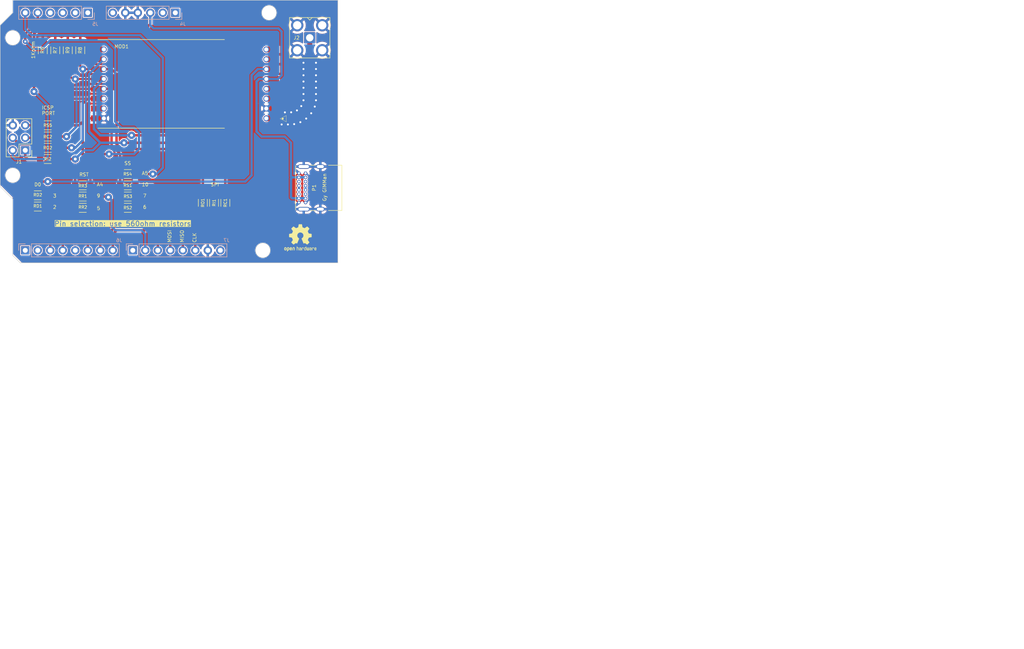
<source format=kicad_pcb>
(kicad_pcb (version 20240108) (generator "pcbnew") (generator_version "8.0")
  (title_block (title "Nodo Arduino") (date "2023-11-14") (rev "1.1") (company "Apogeo Space") (comment 1 "By GiMMan"))
  (layers (0 "F.Cu" signal) (31 "B.Cu" signal) (34 "B.Paste" user) (35 "F.Paste" user) (36 "B.SilkS" user "B.Silkscreen") (37 "F.SilkS" user "F.Silkscreen") (38 "B.Mask" user) (39 "F.Mask" user) (44 "Edge.Cuts" user))
  (net 0 "")
  (net 1 "D0")
  (net 2 "RST")
  (net 9 "+5V")
  (net 10 "GND")
  (net 11 "SS")
  (net 12 "CLK")
  (net 13 "MISO")
  (net 14 "MOSI")
  (net 15 "Net-(J2-In)")
  (net 23 "Net-(J5-Pin_5)")
  (net 24 "Net-(J5-Pin_6)")
  (net 27 "Net-(J6-Pin_3)")
  (net 28 "Net-(J6-Pin_4)")
  (net 30 "Net-(J6-Pin_6)")
  (net 31 "Net-(J6-Pin_7)")
  (net 32 "Net-(J6-Pin_8)")
  (net 34 "Net-(J7-Pin_2)")
  (net 35 "Net-(J7-Pin_3)")
  (net 36 "Net-(J7-Pin_4)")
  (net 37 "Net-(J7-Pin_6)")
  (net 39 "Net-(P1-D+-PadA6)")
  (net 41 "Net-(P1-D+-PadB6)")
  (net 43 "Net-(J1-Pin_1)")
  (net 44 "Net-(J1-Pin_3)")
  (net 45 "Net-(J1-Pin_4)")
  (net 46 "Net-(J1-Pin_5)")
  (net 47 "Net-(J7-Pin_5)")
  (footprint "Resistor_SMD:R_1206_3216Metric_Pad1.30x1.75mm_HandSolder" (layer "F.Cu") (at 83.82 87.884)
    (property "Reference" "RD2" (at 0 -0.093 0) (layer "F.SilkS") (effects (font (size 0.6 0.6) (thickness 0.1))))
    (property "Value" "0" (hide yes))
    (pad "1" smd roundrect (at -1.55 0) (size 1.3 1.75) (layers "F.Cu" "F.Paste" "F.Mask") (roundrect_rratio 0.1923076923) (net 1 "D0"))
    (pad "2" smd roundrect (at 1.55 0) (size 1.3 1.75) (layers "F.Cu" "F.Paste" "F.Mask") (roundrect_rratio 0.1923076923) (net 28 "Net-(J6-Pin_4)"))
  )
  (footprint "Resistor_SMD:R_1206_3216Metric_Pad1.30x1.75mm_HandSolder" (layer "F.Cu") (at 102.108 85.852)
    (property "Reference" "RS1" (at 0 0 0) (layer "F.SilkS") (effects (font (size 0.6 0.6) (thickness 0.1))))
    (property "Value" "560" (hide yes))
    (pad "1" smd roundrect (at -1.55 0) (size 1.3 1.75) (layers "F.Cu" "F.Paste" "F.Mask") (roundrect_rratio 0.1923076923) (net 11 "SS"))
    (pad "2" smd roundrect (at 1.55 0) (size 1.3 1.75) (layers "F.Cu" "F.Paste" "F.Mask") (roundrect_rratio 0.1923076923) (net 35 "Net-(J7-Pin_3)"))
  )
  (footprint "Resistor_SMD:R_1206_3216Metric_Pad1.30x1.75mm_HandSolder" (layer "F.Cu") (at 119.634 89.408 -90)
    (property "Reference" "RI1" (at 0 0 90) (layer "F.SilkS") (effects (font (size 0.6 0.6) (thickness 0.1))))
    (property "Value" "560" (hide yes))
    (pad "1" smd roundrect (at -1.55 0 270) (size 1.3 1.75) (layers "F.Cu" "F.Paste" "F.Mask") (roundrect_rratio 0.1923076923) (net 13 "MISO"))
    (pad "2" smd roundrect (at 1.55 0 270) (size 1.3 1.75) (layers "F.Cu" "F.Paste" "F.Mask") (roundrect_rratio 0.1923076923) (net 47 "Net-(J7-Pin_5)"))
  )
  (footprint "Resistor_SMD:R_1206_3216Metric_Pad1.30x1.75mm_HandSolder" (layer "F.Cu") (at 85.852 73.66)
    (property "Reference" "RS5" (at 0 0 0) (layer "F.SilkS") (effects (font (size 0.6 0.6) (thickness 0.1))))
    (property "Value" "560" (hide yes))
    (pad "1" smd roundrect (at -1.55 0) (size 1.3 1.75) (layers "F.Cu" "F.Paste" "F.Mask") (roundrect_rratio 0.1923076923) (net 46 "Net-(J1-Pin_5)"))
    (pad "2" smd roundrect (at 1.55 0) (size 1.3 1.75) (layers "F.Cu" "F.Paste" "F.Mask") (roundrect_rratio 0.1923076923) (net 2 "RST"))
  )
  (footprint "Resistor_SMD:R_1206_3216Metric_Pad1.30x1.75mm_HandSolder" (layer "F.Cu") (at 92.964 90.424)
    (property "Reference" "RR2" (at 0 -0.129 0) (layer "F.SilkS") (effects (font (size 0.6 0.6) (thickness 0.1))))
    (property "Value" "560" (hide yes))
    (pad "1" smd roundrect (at -1.55 0) (size 1.3 1.75) (layers "F.Cu" "F.Paste" "F.Mask") (roundrect_rratio 0.1923076923) (net 2 "RST"))
    (pad "2" smd roundrect (at 1.55 0) (size 1.3 1.75) (layers "F.Cu" "F.Paste" "F.Mask") (roundrect_rratio 0.1923076923) (net 30 "Net-(J6-Pin_6)"))
  )
  (footprint "Resistor_SMD:R_1206_3216Metric_Pad1.30x1.75mm_HandSolder" (layer "F.Cu") (at 117.348 89.408 -90)
    (property "Reference" "RO1" (at 0 0 90) (layer "F.SilkS") (effects (font (size 0.6 0.6) (thickness 0.1))))
    (property "Value" "560" (hide yes))
    (pad "1" smd roundrect (at -1.55 0 270) (size 1.3 1.75) (layers "F.Cu" "F.Paste" "F.Mask") (roundrect_rratio 0.1923076923) (net 14 "MOSI"))
    (pad "2" smd roundrect (at 1.55 0 270) (size 1.3 1.75) (layers "F.Cu" "F.Paste" "F.Mask") (roundrect_rratio 0.1923076923) (net 36 "Net-(J7-Pin_4)"))
  )
  (footprint "Resistor_SMD:R_1206_3216Metric_Pad1.30x1.75mm_HandSolder" (layer "F.Cu") (at 83.82 90.17)
    (property "Reference" "RD1" (at 0 -0.105 0) (layer "F.SilkS") (effects (font (size 0.6 0.6) (thickness 0.1))))
    (property "Value" "0" (hide yes))
    (pad "1" smd roundrect (at -1.55 0) (size 1.3 1.75) (layers "F.Cu" "F.Paste" "F.Mask") (roundrect_rratio 0.1923076923) (net 1 "D0"))
    (pad "2" smd roundrect (at 1.55 0) (size 1.3 1.75) (layers "F.Cu" "F.Paste" "F.Mask") (roundrect_rratio 0.1923076923) (net 27 "Net-(J6-Pin_3)"))
  )
  (footprint "Resistor_SMD:R_1206_3216Metric_Pad1.30x1.75mm_HandSolder" (layer "F.Cu") (at 85.852 78.232)
    (property "Reference" "RO2" (at 0 0 0) (layer "F.SilkS") (effects (font (size 0.6 0.6) (thickness 0.1))))
    (property "Value" "560" (hide yes))
    (pad "1" smd roundrect (at -1.55 0) (size 1.3 1.75) (layers "F.Cu" "F.Paste" "F.Mask") (roundrect_rratio 0.1923076923) (net 45 "Net-(J1-Pin_4)"))
    (pad "2" smd roundrect (at 1.55 0) (size 1.3 1.75) (layers "F.Cu" "F.Paste" "F.Mask") (roundrect_rratio 0.1923076923) (net 14 "MOSI"))
  )
  (footprint "Symbol:OSHW-Logo2_7.3x6mm_SilkScreen" (layer "F.Cu") (at 137.16 96.52)
    (property "Reference" "REF**" (hide yes))
    (property "Value" "OSHW-Logo2_7.3x6mm_SilkScreen" (hide yes))
  )
  (footprint "Connettori_P:USB_C_Receptacle_GCT_USB4085" (layer "F.Cu") (at 136.864 89.342 90)
    (property "Reference" "P1" (at 2.982 3.09 90) (layer "F.SilkS") (effects (font (size 0.7 0.7) (thickness 0.1))))
    (property "Value" "USB_C_Plug_USB2.0" (hide yes))
    (pad "A1" thru_hole circle (at 0 0 90) (size 0.7 0.7) (drill 0.4) (layers "*.Cu" "*.Mask") (net 10 "GND"))
    (pad "A4" thru_hole circle (at 0.85 0 90) (size 0.7 0.7) (drill 0.4) (layers "*.Cu" "*.Mask") (net 9 "+5V"))
    (pad "A5" thru_hole circle (at 1.7 0 90) (size 0.7 0.7) (drill 0.4) (layers "*.Cu" "*.Mask"))
    (pad "A6" thru_hole circle (at 2.55 0 90) (size 0.7 0.7) (drill 0.4) (layers "*.Cu" "*.Mask") (net 39 "Net-(P1-D+-PadA6)"))
    (pad "A7" thru_hole circle (at 3.4 0 90) (size 0.7 0.7) (drill 0.4) (layers "*.Cu" "*.Mask") (net 39 "Net-(P1-D+-PadA6)"))
    (pad "A8" thru_hole circle (at 4.25 0 90) (size 0.7 0.7) (drill 0.4) (layers "*.Cu" "*.Mask"))
    (pad "A9" thru_hole circle (at 5.1 0 90) (size 0.7 0.7) (drill 0.4) (layers "*.Cu" "*.Mask") (net 9 "+5V"))
    (pad "A12" thru_hole circle (at 5.95 0 90) (size 0.7 0.7) (drill 0.4) (layers "*.Cu" "*.Mask") (net 10 "GND"))
    (pad "B1" thru_hole circle (at 5.95 1.35 90) (size 0.7 0.7) (drill 0.4) (layers "*.Cu" "*.Mask") (net 10 "GND"))
    (pad "B4" thru_hole circle (at 5.1 1.35 90) (size 0.7 0.7) (drill 0.4) (layers "*.Cu" "*.Mask") (net 9 "+5V"))
    (pad "B5" thru_hole circle (at 4.25 1.35 90) (size 0.7 0.7) (drill 0.4) (layers "*.Cu" "*.Mask"))
    (pad "B6" thru_hole circle (at 3.4 1.35 90) (size 0.7 0.7) (drill 0.4) (layers "*.Cu" "*.Mask") (net 41 "Net-(P1-D+-PadB6)"))
    (pad "B7" thru_hole circle (at 2.55 1.35 90) (size 0.7 0.7) (drill 0.4) (layers "*.Cu" "*.Mask") (net 41 "Net-(P1-D+-PadB6)"))
    (pad "B8" thru_hole circle (at 1.7 1.35 90) (size 0.7 0.7) (drill 0.4) (layers "*.Cu" "*.Mask"))
    (pad "B9" thru_hole circle (at 0.85 1.35 90) (size 0.7 0.7) (drill 0.4) (layers "*.Cu" "*.Mask") (net 9 "+5V"))
    (pad "B12" thru_hole circle (at 0 1.35 90) (size 0.7 0.7) (drill 0.4) (layers "*.Cu" "*.Mask") (net 10 "GND"))
    (pad "S1" thru_hole oval (at -1.35 0.98 90) (size 0.9 2.4) (drill oval 0.6 2.1) (layers "*.Cu" "*.Mask") (net 10 "GND"))
    (pad "S1" thru_hole oval (at -1.35 4.36 90) (size 0.9 1.7) (drill oval 0.6 1.4) (layers "*.Cu" "*.Mask") (net 10 "GND"))
    (pad "S1" thru_hole oval (at 7.3 0.98 90) (size 0.9 2.4) (drill oval 0.6 2.1) (layers "*.Cu" "*.Mask") (net 10 "GND"))
    (pad "S1" thru_hole oval (at 7.3 4.36 90) (size 0.9 1.7) (drill oval 0.6 1.4) (layers "*.Cu" "*.Mask") (net 10 "GND"))
  )
  (footprint "Resistor_SMD:R_1206_3216Metric_Pad1.30x1.75mm_HandSolder" (layer "F.Cu") (at 102.108 90.424)
    (property "Reference" "RS2" (at 0 -0.012 0) (layer "F.SilkS") (effects (font (size 0.6 0.6) (thickness 0.1))))
    (property "Value" "560" (hide yes))
    (pad "1" smd roundrect (at -1.55 0) (size 1.3 1.75) (layers "F.Cu" "F.Paste" "F.Mask") (roundrect_rratio 0.1923076923) (net 11 "SS"))
    (pad "2" smd roundrect (at 1.55 0) (size 1.3 1.75) (layers "F.Cu" "F.Paste" "F.Mask") (roundrect_rratio 0.1923076923) (net 31 "Net-(J6-Pin_7)"))
  )
  (footprint "Acies:XCVR_RFM98PW" (layer "F.Cu") (at 113.74 65.25 180)
    (property "Reference" "MOD1" (at 12.902 7.592 0) (layer "F.SilkS") (effects (font (size 0.7 0.7) (thickness 0.1))))
    (property "Value" "RFM98PW" (hide yes))
    (pad "1" smd rect (at -17.7 -7 180) (size 2.8 1.2) (layers "F.Cu" "F.Paste" "F.Mask") (net 15 "Net-(J2-In)"))
    (pad "1" thru_hole circle (at -16.5 -7 180) (size 1.2 1.2) (drill 0.8) (layers "*.Cu" "*.Mask") (net 15 "Net-(J2-In)"))
    (pad "2" smd rect (at -17.7 -5 180) (size 2.8 1.2) (layers "F.Cu" "F.Paste" "F.Mask") (net 10 "GND"))
    (pad "2" thru_hole circle (at -16.5 -5 180) (size 1.2 1.2) (drill 0.8) (layers "*.Cu" "*.Mask") (net 10 "GND"))
    (pad "3" smd rect (at -17.7 -3 180) (size 2.8 1.2) (layers "F.Cu" "F.Paste" "F.Mask"))
    (pad "3" thru_hole circle (at -16.5 -3 180) (size 1.2 1.2) (drill 0.8) (layers "*.Cu" "*.Mask"))
    (pad "4" smd rect (at -17.7 -1 180) (size 2.8 1.2) (layers "F.Cu" "F.Paste" "F.Mask"))
    (pad "4" thru_hole circle (at -16.5 -1 180) (size 1.2 1.2) (drill 0.8) (layers "*.Cu" "*.Mask"))
    (pad "5" smd rect (at -17.7 1 180) (size 2.8 1.2) (layers "F.Cu" "F.Paste" "F.Mask") (net 9 "+5V"))
    (pad "5" thru_hole circle (at -16.5 1 180) (size 1.2 1.2) (drill 0.8) (layers "*.Cu" "*.Mask") (net 9 "+5V"))
    (pad "6" smd rect (at -17.7 3 180) (size 2.8 1.2) (layers "F.Cu" "F.Paste" "F.Mask") (net 1 "D0"))
    (pad "6" thru_hole circle (at -16.5 3 180) (size 1.2 1.2) (drill 0.8) (layers "*.Cu" "*.Mask") (net 1 "D0"))
    (pad "7" smd rect (at -17.7 5 180) (size 2.8 1.2) (layers "F.Cu" "F.Paste" "F.Mask"))
    (pad "7" thru_hole circle (at -16.5 5 180) (size 1.2 1.2) (drill 0.8) (layers "*.Cu" "*.Mask"))
    (pad "8" smd rect (at -17.7 7 180) (size 2.8 1.2) (layers "F.Cu" "F.Paste" "F.Mask"))
    (pad "8" thru_hole circle (at -16.5 7 180) (size 1.2 1.2) (drill 0.8) (layers "*.Cu" "*.Mask"))
    (pad "9" thru_hole circle (at 16.5 7 180) (size 1.2 1.2) (drill 0.8) (layers "*.Cu" "*.Mask"))
    (pad "9" smd rect (at 17.7 7 180) (size 2.8 1.2) (layers "F.Cu" "F.Paste" "F.Mask"))
    (pad "10" thru_hole circle (at 16.5 5 180) (size 1.2 1.2) (drill 0.8) (layers "*.Cu" "*.Mask") (net 13 "MISO"))
    (pad "10" smd rect (at 17.7 5 180) (size 2.8 1.2) (layers "F.Cu" "F.Paste" "F.Mask") (net 13 "MISO"))
    (pad "11" thru_hole circle (at 16.5 3 180) (size 1.2 1.2) (drill 0.8) (layers "*.Cu" "*.Mask") (net 14 "MOSI"))
    (pad "11" smd rect (at 17.7 3 180) (size 2.8 1.2) (layers "F.Cu" "F.Paste" "F.Mask") (net 14 "MOSI"))
    (pad "12" thru_hole circle (at 16.5 1 180) (size 1.2 1.2) (drill 0.8) (layers "*.Cu" "*.Mask") (net 12 "CLK"))
    (pad "12" smd rect (at 17.7 1 180) (size 2.8 1.2) (layers "F.Cu" "F.Paste" "F.Mask") (net 12 "CLK"))
    (pad "13" thru_hole circle (at 16.5 -1 180) (size 1.2 1.2) (drill 0.8) (layers "*.Cu" "*.Mask") (net 11 "SS"))
    (pad "13" smd rect (at 17.7 -1 180) (size 2.8 1.2) (layers "F.Cu" "F.Paste" "F.Mask") (net 11 "SS"))
    (pad "14" thru_hole circle (at 16.5 -3 180) (size 1.2 1.2) (drill 0.8) (layers "*.Cu" "*.Mask") (net 2 "RST"))
    (pad "14" smd rect (at 17.7 -3 180) (size 2.8 1.2) (layers "F.Cu" "F.Paste" "F.Mask") (net 2 "RST"))
    (pad "15" thru_hole circle (at 16.5 -5 180) (size 1.2 1.2) (drill 0.8) (layers "*.Cu" "*.Mask"))
    (pad "15" smd rect (at 17.7 -5 180) (size 2.8 1.2) (layers "F.Cu" "F.Paste" "F.Mask"))
    (pad "16" thru_hole circle (at 16.5 -7 180) (size 1.2 1.2) (drill 0.8) (layers "*.Cu" "*.Mask") (net 10 "GND"))
    (pad "16" smd rect (at 17.7 -7 180) (size 2.8 1.2) (layers "F.Cu" "F.Paste" "F.Mask") (net 10 "GND"))
    (pad "17" smd roundrect (at -3.1 1.75 180) (size 11.6 4.7) (layers "F.Cu" "F.Paste" "F.Mask") (net 10 "GND"))
  )
  (footprint "Resistor_SMD:R_1206_3216Metric_Pad1.30x1.75mm_HandSolder" (layer "F.Cu") (at 85.852 80.518)
    (property "Reference" "RI2" (at 0 0 0) (layer "F.SilkS") (effects (font (size 0.6 0.6) (thickness 0.1))))
    (property "Value" "560" (hide yes))
    (pad "1" smd roundrect (at -1.55 0) (size 1.3 1.75) (layers "F.Cu" "F.Paste" "F.Mask") (roundrect_rratio 0.1923076923) (net 43 "Net-(J1-Pin_1)"))
    (pad "2" smd roundrect (at 1.55 0) (size 1.3 1.75) (layers "F.Cu" "F.Paste" "F.Mask") (roundrect_rratio 0.1923076923) (net 13 "MISO"))
  )
  (footprint "Resistor_SMD:R_1206_3216Metric_Pad1.30x1.75mm_HandSolder" (layer "F.Cu") (at 89.916 58.42 90)
    (property "Reference" "R9" (at 0.026 0 90) (layer "F.SilkS") (effects (font (size 0.7 0.7) (thickness 0.1))))
    (property "Value" "1K" (hide yes))
    (pad "1" smd roundrect (at -1.55 0 90) (size 1.3 1.75) (layers "F.Cu" "F.Paste" "F.Mask") (roundrect_rratio 0.1923076923) (net 12 "CLK"))
    (pad "2" smd roundrect (at 1.55 0 90) (size 1.3 1.75) (layers "F.Cu" "F.Paste" "F.Mask") (roundrect_rratio 0.1923076923) (net 10 "GND"))
  )
  (footprint "Resistor_SMD:R_1206_3216Metric_Pad1.30x1.75mm_HandSolder" (layer "F.Cu") (at 92.456 58.42 90)
    (property "Reference" "R8" (at 0 -0.024 90) (layer "F.SilkS") (effects (font (size 0.7 0.7) (thickness 0.1))))
    (property "Value" "1K" (hide yes))
    (pad "1" smd roundrect (at -1.55 0 90) (size 1.3 1.75) (layers "F.Cu" "F.Paste" "F.Mask") (roundrect_rratio 0.1923076923) (net 14 "MOSI"))
    (pad "2" smd roundrect (at 1.55 0 90) (size 1.3 1.75) (layers "F.Cu" "F.Paste" "F.Mask") (roundrect_rratio 0.1923076923) (net 10 "GND"))
  )
  (footprint "Resistor_SMD:R_1206_3216Metric_Pad1.30x1.75mm_HandSolder" (layer "F.Cu") (at 102.108 83.566 180)
    (property "Reference" "RS4" (at 0.026 0 0) (layer "F.SilkS") (effects (font (size 0.6 0.6) (thickness 0.1))))
    (property "Value" "560" (hide yes))
    (pad "1" smd roundrect (at -1.55 0 180) (size 1.3 1.75) (layers "F.Cu" "F.Paste" "F.Mask") (roundrect_rratio 0.1923076923) (net 24 "Net-(J5-Pin_6)"))
    (pad "2" smd roundrect (at 1.55 0 180) (size 1.3 1.75) (layers "F.Cu" "F.Paste" "F.Mask") (roundrect_rratio 0.1923076923) (net 11 "SS"))
  )
  (footprint "Resistor_SMD:R_1206_3216Metric_Pad1.30x1.75mm_HandSolder" (layer "F.Cu") (at 92.964 85.852 180)
    (property "Reference" "RR3" (at 0 -0.117 0) (layer "F.SilkS") (effects (font (size 0.6 0.6) (thickness 0.1))))
    (property "Value" "560" (hide yes))
    (pad "1" smd roundrect (at -1.55 0 180) (size 1.3 1.75) (layers "F.Cu" "F.Paste" "F.Mask") (roundrect_rratio 0.1923076923) (net 23 "Net-(J5-Pin_5)"))
    (pad "2" smd roundrect (at 1.55 0 180) (size 1.3 1.75) (layers "F.Cu" "F.Paste" "F.Mask") (roundrect_rratio 0.1923076923) (net 2 "RST"))
  )
  (footprint "Resistor_SMD:R_1206_3216Metric_Pad1.30x1.75mm_HandSolder" (layer "F.Cu") (at 84.836 58.42 90)
    (property "Reference" "R6" (at 0 -0.072 90) (layer "F.SilkS") (effects (font (size 0.7 0.7) (thickness 0.1))))
    (property "Value" "1K" (hide yes))
    (pad "1" smd roundrect (at -1.55 0 90) (size 1.3 1.75) (layers "F.Cu" "F.Paste" "F.Mask") (roundrect_rratio 0.1923076923) (net 2 "RST"))
    (pad "2" smd roundrect (at 1.55 0 90) (size 1.3 1.75) (layers "F.Cu" "F.Paste" "F.Mask") (roundrect_rratio 0.1923076923) (net 10 "GND"))
  )
  (footprint "Amphenol:SMA_Amphenol_901-143_Horizontal" (layer "F.Cu") (at 139.065 55.88 -90)
    (property "Reference" "J2" (at 0 2.667 180) (layer "F.SilkS") (effects (font (size 0.7 0.7) (thickness 0.1))))
    (property "Value" "Conn_Coaxial" (hide yes))
    (pad "1" thru_hole roundrect (at 0 0 270) (size 2.3 2.3) (drill 1.5) (layers "*.Cu" "*.Mask") (roundrect_rratio 0.087) (net 15 "Net-(J2-In)"))
    (pad "2" thru_hole circle (at -2.54 -2.54 270) (size 2.5 2.5) (drill 1.7) (layers "*.Cu" "*.Mask") (net 10 "GND"))
    (pad "2" thru_hole circle (at -2.54 2.54 270) (size 2.5 2.5) (drill 1.7) (layers "*.Cu" "*.Mask") (net 10 "GND"))
    (pad "2" thru_hole circle (at 2.54 -2.54 270) (size 2.5 2.5) (drill 1.7) (layers "*.Cu" "*.Mask") (net 10 "GND"))
    (pad "2" thru_hole circle (at 2.54 2.54 270) (size 2.5 2.5) (drill 1.7) (layers "*.Cu" "*.Mask") (net 10 "GND"))
  )
  (footprint "Resistor_SMD:R_1206_3216Metric_Pad1.30x1.75mm_HandSolder" (layer "F.Cu") (at 121.92 89.408 90)
    (property "Reference" "RC1" (at 0 0 90) (layer "F.SilkS") (effects (font (size 0.6 0.6) (thickness 0.1))))
    (property "Value" "560" (hide yes))
    (pad "1" smd roundrect (at -1.55 0 90) (size 1.3 1.75) (layers "F.Cu" "F.Paste" "F.Mask") (roundrect_rratio 0.1923076923) (net 37 "Net-(J7-Pin_6)"))
    (pad "2" smd roundrect (at 1.55 0 90) (size 1.3 1.75) (layers "F.Cu" "F.Paste" "F.Mask") (roundrect_rratio 0.1923076923) (net 12 "CLK"))
  )
  (footprint "Connector_PinHeader_2.54mm:PinHeader_2x03_P2.54mm_Vertical" (layer "F.Cu") (at 81.28 78.74 180)
    (property "Reference" "J1" (at 1.27 -2.33 0) (layer "F.SilkS") (effects (font (size 0.7 0.7) (thickness 0.1))))
    (property "Value" "Conn_02x03_Odd_Even" (hide yes))
    (pad "1" thru_hole rect (at 0 0 180) (size 1.7 1.7) (drill 1) (layers "*.Cu" "*.Mask") (net 43 "Net-(J1-Pin_1)"))
    (pad "2" thru_hole oval (at 2.54 0 180) (size 1.7 1.7) (drill 1) (layers "*.Cu" "*.Mask") (net 9 "+5V"))
    (pad "3" thru_hole oval (at 0 2.54 180) (size 1.7 1.7) (drill 1) (layers "*.Cu" "*.Mask") (net 44 "Net-(J1-Pin_3)"))
    (pad "4" thru_hole oval (at 2.54 2.54 180) (size 1.7 1.7) (drill 1) (layers "*.Cu" "*.Mask") (net 45 "Net-(J1-Pin_4)"))
    (pad "5" thru_hole oval (at 0 5.08 180) (size 1.7 1.7) (drill 1) (layers "*.Cu" "*.Mask") (net 46 "Net-(J1-Pin_5)"))
    (pad "6" thru_hole oval (at 2.54 5.08 180) (size 1.7 1.7) (drill 1) (layers "*.Cu" "*.Mask") (net 10 "GND"))
  )
  (footprint "Resistor_SMD:R_1206_3216Metric_Pad1.30x1.75mm_HandSolder" (layer "F.Cu") (at 92.964 88.138)
    (property "Reference" "RR1" (at 0 -0.084 0) (layer "F.SilkS") (effects (font (size 0.6 0.6) (thickness 0.1))))
    (property "Value" "560" (hide yes))
    (pad "1" smd roundrect (at -1.55 0) (size 1.3 1.75) (layers "F.Cu" "F.Paste" "F.Mask") (roundrect_rratio 0.1923076923) (net 2 "RST"))
    (pad "2" smd roundrect (at 1.55 0) (size 1.3 1.75) (layers "F.Cu" "F.Paste" "F.Mask") (roundrect_rratio 0.1923076923) (net 34 "Net-(J7-Pin_2)"))
  )
  (footprint "Resistor_SMD:R_1206_3216Metric_Pad1.30x1.75mm_HandSolder" (layer "F.Cu") (at 85.852 75.946 180)
    (property "Reference" "RC2" (at 0 -0.048 0) (layer "F.SilkS") (effects (font (size 0.6 0.6) (thickness 0.1))))
    (property "Value" "560" (hide yes))
    (pad "1" smd roundrect (at -1.55 0 180) (size 1.3 1.75) (layers "F.Cu" "F.Paste" "F.Mask") (roundrect_rratio 0.1923076923) (net 12 "CLK"))
    (pad "2" smd roundrect (at 1.55 0 180) (size 1.3 1.75) (layers "F.Cu" "F.Paste" "F.Mask") (roundrect_rratio 0.1923076923) (net 44 "Net-(J1-Pin_3)"))
  )
  (footprint "Resistor_SMD:R_1206_3216Metric_Pad1.30x1.75mm_HandSolder" (layer "F.Cu") (at 87.376 58.42 90)
    (property "Reference" "R7" (at 0 0 90) (layer "F.SilkS") (effects (font (size 0.7 0.7) (thickness 0.1))))
    (property "Value" "1K" (hide yes))
    (pad "1" smd roundrect (at -1.55 0 90) (size 1.3 1.75) (layers "F.Cu" "F.Paste" "F.Mask") (roundrect_rratio 0.1923076923) (net 11 "SS"))
    (pad "2" smd roundrect (at 1.55 0 90) (size 1.3 1.75) (layers "F.Cu" "F.Paste" "F.Mask") (roundrect_rratio 0.1923076923) (net 10 "GND"))
  )
  (footprint "Resistor_SMD:R_1206_3216Metric_Pad1.30x1.75mm_HandSolder" (layer "F.Cu") (at 102.108 88.138)
    (property "Reference" "RS3" (at 0.026 -0.024 0) (layer "F.SilkS") (effects (font (size 0.6 0.6) (thickness 0.1))))
    (property "Value" "560" (hide yes))
    (pad "1" smd roundrect (at -1.55 0) (size 1.3 1.75) (layers "F.Cu" "F.Paste" "F.Mask") (roundrect_rratio 0.1923076923) (net 11 "SS"))
    (pad "2" smd roundrect (at 1.55 0) (size 1.3 1.75) (layers "F.Cu" "F.Paste" "F.Mask") (roundrect_rratio 0.1923076923) (net 32 "Net-(J6-Pin_8)"))
  )
  (footprint "Connector_PinHeader_2.54mm:PinHeader_1x06_P2.54mm_Vertical" (layer "B.Cu") (at 111.76 50.8 90)
    (property "Reference" "J4" (at -2.286 1.524 180) (layer "B.SilkS") (effects (font (size 0.7 0.7) (thickness 0.1)) (justify mirror)))
    (property "Value" "Conn_01x06_Pin" (hide yes))
    (pad "1" thru_hole rect (at 0 0 90) (size 1.7 1.7) (drill 1) (layers "*.Cu" "*.Mask"))
    (pad "2" thru_hole oval (at 0 -2.54 90) (size 1.7 1.7) (drill 1) (layers "*.Cu" "*.Mask"))
    (pad "3" thru_hole oval (at 0 -5.08 90) (size 1.7 1.7) (drill 1) (layers "*.Cu" "*.Mask") (net 9 "+5V"))
    (pad "4" thru_hole oval (at 0 -7.62 90) (size 1.7 1.7) (drill 1) (layers "*.Cu" "*.Mask") (net 10 "GND"))
    (pad "5" thru_hole oval (at 0 -10.16 90) (size 1.7 1.7) (drill 1) (layers "*.Cu" "*.Mask") (net 10 "GND"))
    (pad "6" thru_hole oval (at 0 -12.7 90) (size 1.7 1.7) (drill 1) (layers "*.Cu" "*.Mask"))
  )
  (footprint "Connector_PinHeader_2.54mm:PinHeader_1x08_P2.54mm_Vertical" (layer "B.Cu") (at 103.124 99.06 -90)
    (property "Reference" "J7" (at -2.032 -19.05 180) (layer "B.SilkS") (effects (font (size 0.7 0.7) (thickness 0.1)) (justify mirror)))
    (property "Value" "Conn_01x08_Pin" (hide yes))
    (pad "1" thru_hole rect (at 0 0 270) (size 1.7 1.7) (drill 1) (layers "*.Cu" "*.Mask"))
    (pad "2" thru_hole oval (at 0 -2.54 270) (size 1.7 1.7) (drill 1) (layers "*.Cu" "*.Mask") (net 34 "Net-(J7-Pin_2)"))
    (pad "3" thru_hole oval (at 0 -5.08 270) (size 1.7 1.7) (drill 1) (layers "*.Cu" "*.Mask") (net 35 "Net-(J7-Pin_3)"))
    (pad "4" thru_hole oval (at 0 -7.62 270) (size 1.7 1.7) (drill 1) (layers "*.Cu" "*.Mask") (net 36 "Net-(J7-Pin_4)"))
    (pad "5" thru_hole oval (at 0 -10.16 270) (size 1.7 1.7) (drill 1) (layers "*.Cu" "*.Mask") (net 47 "Net-(J7-Pin_5)"))
    (pad "6" thru_hole oval (at 0 -12.7 270) (size 1.7 1.7) (drill 1) (layers "*.Cu" "*.Mask") (net 37 "Net-(J7-Pin_6)"))
    (pad "7" thru_hole oval (at 0 -15.24 270) (size 1.7 1.7) (drill 1) (layers "*.Cu" "*.Mask") (net 10 "GND"))
    (pad "8" thru_hole oval (at 0 -17.78 270) (size 1.7 1.7) (drill 1) (layers "*.Cu" "*.Mask"))
  )
  (footprint "Connector_PinHeader_2.54mm:PinHeader_1x08_P2.54mm_Vertical" (layer "B.Cu") (at 81.28 99.06 -90)
    (property "Reference" "J6" (at -2.032 -19.05 180) (layer "B.SilkS") (effects (font (size 0.7 0.7) (thickness 0.1)) (justify mirror)))
    (property "Value" "Conn_01x08_Pin" (hide yes))
    (pad "1" thru_hole rect (at 0 0 270) (size 1.7 1.7) (drill 1) (layers "*.Cu" "*.Mask"))
    (pad "2" thru_hole oval (at 0 -2.54 270) (size 1.7 1.7) (drill 1) (layers "*.Cu" "*.Mask"))
    (pad "3" thru_hole oval (at 0 -5.08 270) (size 1.7 1.7) (drill 1) (layers "*.Cu" "*.Mask") (net 27 "Net-(J6-Pin_3)"))
    (pad "4" thru_hole oval (at 0 -7.62 270) (size 1.7 1.7) (drill 1) (layers "*.Cu" "*.Mask") (net 28 "Net-(J6-Pin_4)"))
    (pad "5" thru_hole oval (at 0 -10.16 270) (size 1.7 1.7) (drill 1) (layers "*.Cu" "*.Mask"))
    (pad "6" thru_hole oval (at 0 -12.7 270) (size 1.7 1.7) (drill 1) (layers "*.Cu" "*.Mask") (net 30 "Net-(J6-Pin_6)"))
    (pad "7" thru_hole oval (at 0 -15.24 270) (size 1.7 1.7) (drill 1) (layers "*.Cu" "*.Mask") (net 31 "Net-(J6-Pin_7)"))
    (pad "8" thru_hole oval (at 0 -17.78 270) (size 1.7 1.7) (drill 1) (layers "*.Cu" "*.Mask") (net 32 "Net-(J6-Pin_8)"))
  )
  (footprint "Connector_PinHeader_2.54mm:PinHeader_1x06_P2.54mm_Vertical" (layer "B.Cu") (at 93.98 50.8 90)
    (property "Reference" "J5" (at -2.286 1.524 180) (layer "B.SilkS") (effects (font (size 0.7 0.7) (thickness 0.1)) (justify mirror)))
    (property "Value" "Conn_01x06_Pin" (hide yes))
    (pad "1" thru_hole rect (at 0 0 90) (size 1.7 1.7) (drill 1) (layers "*.Cu" "*.Mask"))
    (pad "2" thru_hole oval (at 0 -2.54 90) (size 1.7 1.7) (drill 1) (layers "*.Cu" "*.Mask"))
    (pad "3" thru_hole oval (at 0 -5.08 90) (size 1.7 1.7) (drill 1) (layers "*.Cu" "*.Mask"))
    (pad "4" thru_hole oval (at 0 -7.62 90) (size 1.7 1.7) (drill 1) (layers "*.Cu" "*.Mask"))
    (pad "5" thru_hole oval (at 0 -10.16 90) (size 1.7 1.7) (drill 1) (layers "*.Cu" "*.Mask") (net 23 "Net-(J5-Pin_5)"))
    (pad "6" thru_hole oval (at 0 -12.7 90) (size 1.7 1.7) (drill 1) (layers "*.Cu" "*.Mask") (net 24 "Net-(J5-Pin_6)"))
  )
  (gr_line (start 134.313393 71.681656) (end 134.313393 72.951656) (stroke (width 0.05)) (layer "F.SilkS"))
  (gr_line (start 133.043393 72.316656) (end 134.313393 71.681656) (stroke (width 0.05)) (layer "F.SilkS"))
  (gr_line (start 134.313393 72.951656) (end 133.043393 72.316656) (stroke (width 0.05)) (layer "F.SilkS"))
  (gr_line (start 144.78 48.26) (end 144.78 101.6) (stroke (width 0.1)) (layer "Edge.Cuts"))
  (gr_circle (center 130.81 50.8) (end 132.32 50.8) (stroke (width 0.1)) (fill none) (layer "Edge.Cuts"))
  (gr_line (start 76.2 86.106) (end 76.2 53.34) (stroke (width 0.1)) (layer "Edge.Cuts"))
  (gr_line (start 78.74 50.8) (end 78.74 48.26) (stroke (width 0.1)) (layer "Edge.Cuts"))
  (gr_line (start 80.264 101.6) (end 78.74 100.076) (stroke (width 0.1)) (layer "Edge.Cuts"))
  (gr_line (start 78.74 88.646) (end 76.2 86.106) (stroke (width 0.1)) (layer "Edge.Cuts"))
  (gr_line (start 78.74 48.26) (end 144.78 48.26) (stroke (width 0.1)) (layer "Edge.Cuts"))
  (gr_circle (center 78.74 83.82) (end 80.25 83.82) (stroke (width 0.1)) (fill none) (layer "Edge.Cuts"))
  (gr_line (start 78.74 100.076) (end 78.74 88.646) (stroke (width 0.1)) (layer "Edge.Cuts"))
  (gr_line (start 76.2 53.34) (end 78.74 50.8) (stroke (width 0.1)) (layer "Edge.Cuts"))
  (gr_circle (center 78.74 55.88) (end 80.25 55.88) (stroke (width 0.1)) (fill none) (layer "Edge.Cuts"))
  (gr_circle (center 129.54 99.06) (end 131.05 99.06) (stroke (width 0.1)) (fill none) (layer "Edge.Cuts"))
  (gr_line (start 144.78 101.6) (end 80.264 101.6) (stroke (width 0.1)) (layer "Edge.Cuts"))
  (gr_text "RST" (at 92.202 84.074 0) (layer "F.SilkS") (effects (font (size 0.7 0.7) (thickness 0.1)) (justify left bottom)))
  (gr_text "A4" (at 95.758 86.106 0) (layer "F.SilkS") (effects (font (size 0.7 0.7) (thickness 0.1)) (justify left bottom)))
  (gr_text "5" (at 95.758 90.932 0) (layer "F.SilkS") (effects (font (size 0.7 0.7) (thickness 0.1)) (justify left bottom)))
  (gr_text "3" (at 86.868 88.392 0) (layer "F.SilkS") (effects (font (size 0.7 0.7) (thickness 0.1)) (justify left bottom)))
  (gr_text "MOSI" (at 110.998 97.536 90) (layer "F.SilkS") (effects (font (size 0.7 0.7) (thickness 0.1)) (justify left bottom)))
  (gr_text "SPI" (at 118.872 86.106 0) (layer "F.SilkS") (effects (font (size 0.7 0.7) (thickness 0.1)) (justify left bottom)))
  (gr_text "Gy GiMMan" (at 142.494 89.154 90) (layer "F.SilkS") (effects (font (size 0.7 0.7) (thickness 0.1)) (justify left bottom)))
  (gr_text "MISO" (at 113.538 97.536 90) (layer "F.SilkS") (effects (font (size 0.7 0.7) (thickness 0.1)) (justify left bottom)))
  (gr_text "6" (at 105.156 90.678 0) (layer "F.SilkS") (effects (font (size 0.7 0.7) (thickness 0.1)) (justify left bottom)))
  (gr_text "2" (at 86.868 90.678 0) (layer "F.SilkS") (effects (font (size 0.7 0.7) (thickness 0.1)) (justify left bottom)))
  (gr_text "ICSP\nPORT" (at 84.582 71.628 0) (layer "F.SilkS") (effects (font (size 0.7 0.7) (thickness 0.1)) (justify left bottom)))
  (gr_text "7" (at 105.156 88.392 0) (layer "F.SilkS") (effects (font (size 0.7 0.7) (thickness 0.1)) (justify left bottom)))
  (gr_text "CLK" (at 116.078 97.536 90) (layer "F.SilkS") (effects (font (size 0.7 0.7) (thickness 0.1)) (justify left bottom)))
  (gr_text "Pin selection: use 560ohm resistors" (at 87.122 94.234 0) (layer "F.SilkS" knockout) (effects (font (size 1 1)) (justify left bottom)))
  (gr_text "9" (at 95.758 88.392 0) (layer "F.SilkS") (effects (font (size 0.7 0.7) (thickness 0.1)) (justify left bottom)))
  (gr_text "1Kohm" (at 83.312 60.198 90) (layer "F.SilkS") (effects (font (size 0.7 0.7) (thickness 0.1)) (justify left bottom)))
  (gr_text "A5" (at 104.902 83.82 0) (layer "F.SilkS") (effects (font (size 0.7 0.7) (thickness 0.1)) (justify left bottom)))
  (gr_text "SS" (at 101.346 81.788 0) (layer "F.SilkS") (effects (font (size 0.7 0.7) (thickness 0.1)) (justify left bottom)))
  (gr_text "D0" (at 83.058 86.106 0) (layer "F.SilkS") (effects (font (size 0.7 0.7) (thickness 0.1)) (justify left bottom)))
  (gr_text "10" (at 104.902 86.106 0) (layer "F.SilkS") (effects (font (size 0.7 0.7) (thickness 0.1)) (justify left bottom)))
  (segment (start 82.27 87.884) (end 82.27 85.878) (width 0.5) (layer "F.Cu") (net 1))
  (segment (start 83.058 85.09) (end 85.852 85.09) (width 0.5) (layer "F.Cu") (net 1))
  (segment (start 82.27 85.878) (end 83.058 85.09) (width 0.5) (layer "F.Cu") (net 1))
  (segment (start 82.27 90.17) (end 82.27 87.884) (width 0.5) (layer "F.Cu") (net 1))
  (via (at 85.852 85.09) (size 1.5) (drill 0.6) (layers "F.Cu" "B.Cu") (net 1))
  (segment (start 125.984 85.09) (end 127.254 83.82) (width 0.5) (layer "B.Cu") (net 1))
  (segment (start 85.852 85.09) (end 125.984 85.09) (width 0.5) (layer "B.Cu") (net 1))
  (segment (start 128.504 62.25) (end 130.24 62.25) (width 0.5) (layer "B.Cu") (net 1))
  (segment (start 127.254 83.82) (end 127.254 63.5) (width 0.5) (layer "B.Cu") (net 1))
  (segment (start 127.254 63.5) (end 128.504 62.25) (width 0.5) (layer "B.Cu") (net 1))
  (segment (start 86.03 68.25) (end 84.836 67.056) (width 0.5) (layer "F.Cu") (net 2))
  (segment (start 92.964 74.676) (end 92.964 72.898) (width 0.5) (layer "F.Cu") (net 2))
  (segment (start 93.98 68.25) (end 86.03 68.25) (width 0.5) (layer "F.Cu") (net 2))
  (segment (start 91.414 88.138) (end 91.414 85.852) (width 0.5) (layer "F.Cu") (net 2))
  (segment (start 97.24 68.25) (end 93.98 68.25) (width 0.5) (layer "F.Cu") (net 2))
  (segment (start 92.202 73.66) (end 92.964 72.898) (width 0.5) (layer "F.Cu") (net 2))
  (segment (start 92.964 72.898) (end 92.964 69.266) (width 0.5) (layer "F.Cu") (net 2))
  (segment (start 92.964 69.266) (end 93.98 68.25) (width 0.5) (layer "F.Cu") (net 2))
  (segment (start 84.836 59.97) (end 84.836 67.056) (width 0.5) (layer "F.Cu") (net 2))
  (segment (start 92.964 82.55) (end 91.414 84.1) (width 0.5) (layer "F.Cu") (net 2))
  (segment (start 87.402 73.66) (end 92.202 73.66) (width 0.5) (layer "F.Cu") (net 2))
  (segment (start 92.964 74.676) (end 92.964 82.55) (width 0.5) (layer "F.Cu") (net 2))
  (segment (start 91.414 84.1) (end 91.414 85.852) (width 0.5) (layer "F.Cu") (net 2))
  (segment (start 97.24 68.25) (end 96.808 67.818) (width 0.5) (layer "F.Cu") (net 2))
  (segment (start 91.414 90.424) (end 91.414 88.138) (width 0.5) (layer "F.Cu") (net 2))
  (segment (start 83.058 66.802) (end 83.058 55.118) (width 0.5) (layer "F.Cu") (net 9))
  (segment (start 105.41 54.356) (end 106.68 53.086) (width 0.5) (layer "F.Cu") (net 9))
  (segment (start 83.82 54.356) (end 105.41 54.356) (width 0.5) (layer "F.Cu") (net 9))
  (segment (start 106.68 53.086) (end 106.68 50.8) (width 0.5) (layer "F.Cu") (net 9))
  (segment (start 83.058 55.118) (end 83.82 54.356) (width 0.5) (layer "F.Cu") (net 9))
  (via (at 83.058 66.802) (size 1.5) (drill 0.6) (layers "F.Cu" "B.Cu") (net 9))
  (segment (start 132.715 53.975) (end 107.315 53.975) (width 0.5) (layer "B.Cu") (net 9))
  (segment (start 83.058 66.802) (end 85.852 69.596) (width 0.5) (layer "B.Cu") (net 9))
  (segment (start 128.27 64.77) (end 128.27 74.93) (width 0.5) (layer "B.Cu") (net 9))
  (segment (start 130.24 64.25) (end 132.6 64.25) (width 0.5) (layer "B.Cu") (net 9))
  (segment (start 106.68 53.34) (end 106.68 50.8) (width 0.5) (layer "B.Cu") (net 9))
  (segment (start 130.24 64.25) (end 128.79 64.25) (width 0.5) (layer "B.Cu") (net 9))
  (segment (start 128.79 64.25) (end 128.27 64.77) (width 0.5) (layer "B.Cu") (net 9))
  (segment (start 85.344 80.518) (end 79.248 80.518) (width 0.5) (layer "B.Cu") (net 9))
  (segment (start 85.852 69.596) (end 85.852 80.01) (width 0.5) (layer "B.Cu") (net 9))
  (segment (start 107.315 53.975) (end 106.68 53.34) (width 0.5) (layer "B.Cu") (net 9))
  (segment (start 133.35 63.5) (end 133.35 54.61) (width 0.5) (layer "B.Cu") (net 9))
  (segment (start 138.214 84.228) (end 136.864 84.228) (width 0.5) (layer "B.Cu") (net 9))
  (segment (start 135.468 88.478) (end 135.255 88.265) (width 0.5) (layer "B.Cu") (net 9))
  (segment (start 135.482 84.228) (end 135.255 84.455) (width 0.5) (layer "B.Cu") (net 9))
  (segment (start 136.864 88.478) (end 135.468 88.478) (width 0.5) (layer "B.Cu") (net 9))
  (segment (start 133.985 75.946) (end 135.255 77.216) (width 0.5) (layer "B.Cu") (net 9))
  (segment (start 135.255 77.216) (end 135.255 84.001) (width 0.5) (layer "B.Cu") (net 9))
  (segment (start 135.255 84.001) (end 135.482 84.228) (width 0.5) (layer "B.Cu") (net 9))
  (segment (start 129.286 75.946) (end 133.985 75.946) (width 0.5) (layer "B.Cu") (net 9))
  (segment (start 133.35 54.61) (end 132.715 53.975) (width 0.5) (layer "B.Cu") (net 9))
  (segment (start 79.248 80.518) (end 78.74 80.01) (width 0.5) (layer "B.Cu") (net 9))
  (segment (start 138.214 88.478) (end 136.864 88.478) (width 0.5) (layer "B.Cu") (net 9))
  (segment (start 85.852 80.01) (end 85.344 80.518) (width 0.5) (layer "B.Cu") (net 9))
  (segment (start 135.255 88.265) (end 135.255 84.455) (width 0.5) (layer "B.Cu") (net 9))
  (segment (start 132.6 64.25) (end 133.35 63.5) (width 0.5) (layer "B.Cu") (net 9))
  (segment (start 78.74 80.01) (end 78.74 78.74) (width 0.5) (layer "B.Cu") (net 9))
  (segment (start 136.864 84.228) (end 135.482 84.228) (width 0.5) (layer "B.Cu") (net 9))
  (segment (start 128.27 74.93) (end 129.286 75.946) (width 0.5) (layer "B.Cu") (net 9))
  (via (at 137.795 64.77) (size 0.8) (drill 0.4) (layers "F.Cu" "B.Cu") (net 10))
  (via (at 140.335 67.31) (size 0.8) (drill 0.4) (layers "F.Cu" "B.Cu") (net 10))
  (via (at 134.021308 71.032727) (size 0.8) (drill 0.4) (layers "F.Cu" "B.Cu") (net 10))
  (via (at 140.335 63.5) (size 0.8) (drill 0.4) (layers "F.Cu" "B.Cu") (net 10))
  (via (at 140.086617 69.859253) (size 0.8) (drill 0.4) (layers "F.Cu" "B.Cu") (net 10))
  (via (at 137.343797 69.760285) (size 0.8) (drill 0.4) (layers "F.Cu" "B.Cu") (net 10))
  (via (at 137.795 63.5) (size 0.8) (drill 0.4) (layers "F.Cu" "B.Cu") (net 10))
  (via (at 137.795 67.31) (size 0.8) (drill 0.4) (layers "F.Cu" "B.Cu") (net 10))
  (via (at 137.795 62.23) (size 0.8) (drill 0.4) (layers "F.Cu" "B.Cu") (net 10))
  (via (at 137.795 68.58) (size 0.8) (drill 0.4) (layers "F.Cu" "B.Cu") (net 10))
  (via (at 137.795 60.96) (size 0.8) (drill 0.4) (layers "F.Cu" "B.Cu") (net 10))
  (via (at 136.467225 70.636856) (size 0.8) (drill 0.4) (layers "F.Cu" "B.Cu") (net 10))
  (via (at 140.335 66.04) (size 0.8) (drill 0.4) (layers "F.Cu" "B.Cu") (net 10))
  (via (at 140.335 64.77) (size 0.8) (drill 0.4) (layers "F.Cu" "B.Cu") (net 10))
  (via (at 135.29375 71.018589) (size 0.8) (drill 0.4) (layers "F.Cu" "B.Cu") (net 10))
  (via (at 134.629253 73.492783) (size 0.8) (drill 0.4) (layers "F.Cu" "B.Cu") (net 10))
  (via (at 140.335 68.58) (size 0.8) (drill 0.4) (layers "F.Cu" "B.Cu") (net 10))
  (via (at 140.335 60.96) (size 0.8) (drill 0.4) (layers "F.Cu" "B.Cu") (net 10))
  (via (at 137.795 66.04) (size 0.8) (drill 0.4) (layers "F.Cu" "B.Cu") (net 10))
  (via (at 133.35681 73.492783) (size 0.8) (drill 0.4) (layers "F.Cu" "B.Cu") (net 10))
  (via (at 138.347613 72.291032) (size 0.8) (drill 0.4) (layers "F.Cu" "B.Cu") (net 10))
  (via (at 137.16 73.025) (size 0.8) (drill 0.4) (layers "F.Cu" "B.Cu") (net 10))
  (via (at 135.901695 73.422092) (size 0.8) (drill 0.4) (layers "F.Cu" "B.Cu") (net 10))
  (via (at 139.365567 71.216525) (size 0.8) (drill 0.4) (layers "F.Cu" "B.Cu") (net 10))
  (via (at 140.335 62.23) (size 0.8) (drill 0.4) (layers "F.Cu" "B.Cu") (net 10))
  (segment (start 100.558 79.476) (end 100.558 83.566) (width 0.5) (layer "F.Cu") (net 11))
  (segment (start 98.254 66.25) (end 98.806 66.802) (width 0.5) (layer "F.Cu") (net 11))
  (segment (start 97.24 66.25) (end 88.348 66.25) (width 0.5) (layer "F.Cu") (net 11))
  (segment (start 88.348 66.25) (end 87.376 65.278) (width 0.5) (layer "F.Cu") (net 11))
  (segment (start 97.24 66.25) (end 98.254 66.25) (width 0.5) (layer "F.Cu") (net 11))
  (segment (start 100.558 90.424) (end 100.558 88.138) (width 0.5) (layer "F.Cu") (net 11))
  (segment (start 98.806 77.724) (end 100.558 79.476) (width 0.5) (layer "F.Cu") (net 11))
  (segment (start 87.376 65.278) (end 87.376 59.97) (width 0.5) (layer "F.Cu") (net 11))
  (segment (start 100.558 88.138) (end 100.558 85.852) (width 0.5) (layer "F.Cu") (net 11))
  (segment (start 100.558 85.852) (end 100.558 83.566) (width 0.5) (layer "F.Cu") (net 11))
  (segment (start 98.806 66.802) (end 98.806 77.724) (width 0.5) (layer "F.Cu") (net 11))
  (segment (start 87.402 75.946) (end 89.662 75.946) (width 0.5) (layer "F.Cu") (net 12))
  (segment (start 89.916 63.246) (end 89.916 59.97) (width 0.4) (layer "F.Cu") (net 12))
  (segment (start 102.87 75.692) (end 119.126 75.692) (width 0.5) (layer "F.Cu") (net 12))
  (segment (start 121.92 78.486) (end 121.92 87.858) (width 0.5) (layer "F.Cu") (net 12))
  (segment (start 119.126 75.692) (end 121.92 78.486) (width 0.5) (layer "F.Cu") (net 12))
  (segment (start 90.931034 64.261034) (end 89.916 63.246) (width 0.4) (layer "F.Cu") (net 12))
  (segment (start 97.24 64.25) (end 91.451034 64.25) (width 0.4) (layer "F.Cu") (net 12))
  (segment (start 91.44 64.261034) (end 90.931034 64.261034) (width 0.4) (layer "F.Cu") (net 12))
  (segment (start 91.451034 64.25) (end 91.44 64.261034) (width 0.4) (layer "F.Cu") (net 12))
  (via (at 102.87 75.692) (size 1.5) (drill 0.6) (layers "F.Cu" "B.Cu") (net 12))
  (via (at 91.44 64.261034) (size 1.5) (drill 0.6) (layers "F.Cu" "B.Cu") (net 12))
  (via (at 89.662 75.946) (size 1.5) (drill 0.6) (layers "F.Cu" "B.Cu") (net 12))
  (segment (start 91.694 64.515034) (end 91.694 73.914) (width 0.5) (layer "B.Cu") (net 12))
  (segment (start 95.25 66.24) (end 97.24 64.25) (width 0.5) (layer "B.Cu") (net 12))
  (segment (start 95.25 74.422) (end 95.25 66.24) (width 0.5) (layer "B.Cu") (net 12))
  (segment (start 96.52 75.692) (end 95.25 74.422) (width 0.5) (layer "B.Cu") (net 12))
  (segment (start 91.694 73.914) (end 89.662 75.946) (width 0.5) (layer "B.Cu") (net 12))
  (segment (start 102.87 75.692) (end 96.52 75.692) (width 0.5) (layer "B.Cu") (net 12))
  (segment (start 91.44 64.261034) (end 91.694 64.515034) (width 0.5) (layer "B.Cu") (net 12))
  (segment (start 118.364 77.216) (end 119.634 78.486) (width 0.5) (layer "F.Cu") (net 13))
  (segment (start 119.634 78.486) (end 119.634 87.858) (width 0.5) (layer "F.Cu") (net 13))
  (segment (start 101.346 77.216) (end 118.364 77.216) (width 0.5) (layer "F.Cu") (net 13))
  (segment (start 91.44 80.518) (end 87.402 80.518) (width 0.5) (layer "F.Cu") (net 13))
  (via (at 91.44 80.518) (size 1.5) (drill 0.6) (layers "F.Cu" "B.Cu") (net 13))
  (via (at 101.346 77.216) (size 1.5) (drill 0.6) (layers "F.Cu" "B.Cu") (net 13))
  (segment (start 91.44 80.518) (end 93.218 78.74) (width 0.5) (layer "B.Cu") (net 13))
  (segment (start 94.996 78.74) (end 96.52 77.216) (width 0.5) (layer "B.Cu") (net 13))
  (segment (start 94.234 74.93) (end 94.234 63.256) (width 0.5) (layer "B.Cu") (net 13))
  (segment (start 93.218 78.74) (end 94.996 78.74) (width 0.5) (layer "B.Cu") (net 13))
  (segment (start 101.346 77.216) (end 96.52 77.216) (width 0.5) (layer "B.Cu") (net 13))
  (segment (start 96.52 77.216) (end 94.234 74.93) (width 0.5) (layer "B.Cu") (net 13))
  (segment (start 94.234 63.256) (end 97.24 60.25) (width 0.5) (layer "B.Cu") (net 13))
  (segment (start 116.332 78.486) (end 100.838 78.486) (width 0.5) (layer "F.Cu") (net 14))
  (segment (start 99.822 77.47) (end 99.822 63.246) (width 0.5) (layer "F.Cu") (net 14))
  (segment (start 97.24 62.25) (end 92.984 62.25) (width 0.4) (layer "F.Cu") (net 14))
  (segment (start 117.348 79.502) (end 116.332 78.486) (width 0.5) (layer "F.Cu") (net 14))
  (segment (start 92.984 62.25) (end 92.964 62.23) (width 0.4) (layer "F.Cu") (net 14))
  (segment (start 98.826 62.25) (end 97.24 62.25) (width 0.5) (layer "F.Cu") (net 14))
  (segment (start 117.348 87.858) (end 117.348 79.502) (width 0.5) (layer "F.Cu") (net 14))
  (segment (start 99.822 63.246) (end 98.826 62.25) (width 0.5) (layer "F.Cu") (net 14))
  (segment (start 92.456 61.722) (end 92.456 59.97) (width 0.4) (layer "F.Cu") (net 14))
  (segment (start 92.964 62.23) (end 92.456 61.722) (width 0.4) (layer "F.Cu") (net 14))
  (segment (start 90.678 78.232) (end 87.402 78.232) (width 0.5) (layer "F.Cu") (net 14))
  (segment (start 100.838 78.486) (end 99.822 77.47) (width 0.5) (layer "F.Cu") (net 14))
  (via (at 90.678 78.232) (size 1.5) (drill 0.6) (layers "F.Cu" "B.Cu") (net 14))
  (via (at 92.964 62.23) (size 1.5) (drill 0.6) (layers "F.Cu" "B.Cu") (net 14))
  (segment (start 92.964 76.708) (end 92.964 62.23) (width 0.5) (layer "B.Cu") (net 14))
  (segment (start 90.678 78.232) (end 91.44 78.232) (width 0.5) (layer "B.Cu") (net 14))
  (segment (start 91.44 78.232) (end 92.964 76.708) (width 0.5) (layer "B.Cu") (net 14))
  (segment (start 139.065 68.193146) (end 139.065 55.88) (width 1) (layer "F.Cu") (net 15))
  (segment (start 131.44 72.25) (end 135.008146 72.25) (width 1) (layer "F.Cu") (net 15))
  (segment (start 137.836573 71.078427) (end 137.893427 71.021573) (width 1) (layer "F.Cu") (net 15))
  (arc (start 135.008146 72.25) (mid 136.53888 71.945518) (end 137.836573 71.078427) (width 1) (layer "F.Cu") (net 15))
  (arc (start 139.065 68.193146) (mid 138.760518 69.72388) (end 137.893427 71.021573) (width 1) (layer "F.Cu") (net 15))
  (segment (start 81.28 55.118) (end 81.28 56.642) (width 0.5) (layer "F.Cu") (net 23))
  (segment (start 96.52 79.502) (end 94.514 81.508) (width 0.5) (layer "F.Cu") (net 23))
  (segment (start 94.514 81.508) (end 94.514 85.852) (width 0.5) (layer "F.Cu") (net 23))
  (segment (start 83.82 52.578) (end 81.28 55.118) (width 0.5) (layer "F.Cu") (net 23))
  (segment (start 98.298 79.502) (end 96.52 79.502) (width 0.5) (layer "F.Cu") (net 23))
  (segment (start 83.82 50.8) (end 83.82 52.578) (width 0.5) (layer "F.Cu") (net 23))
  (via (at 98.298 79.502) (size 1.5) (drill 0.6) (layers "F.Cu" "B.Cu") (net 23))
  (via (at 81.28 56.642) (size 1) (drill 0.4) (layers "F.Cu" "B.Cu") (net 23))
  (segment (start 97.79 56.388) (end 86.36 56.388) (width 0.5) (layer "B.Cu") (net 23))
  (segment (start 99.568 58.166) (end 97.79 56.388) (width 0.5) (layer "B.Cu") (net 23))
  (segment (start 103.378 74.168) (end 100.838 74.168) (width 0.5) (layer "B.Cu") (net 23))
  (segment (start 98.298 79.502) (end 103.378 79.502) (width 0.5) (layer "B.Cu") (net 23))
  (segment (start 104.394 75.184) (end 103.378 74.168) (width 0.5) (layer "B.Cu") (net 23))
  (segment (start 99.568 72.898) (end 99.568 58.166) (width 0.5) (layer "B.Cu") (net 23))
  (segment (start 82.804 58.166) (end 81.28 56.642) (width 0.5) (layer "B.Cu") (net 23))
  (segment (start 103.378 79.502) (end 104.394 78.486) (width 0.5) (layer "B.Cu") (net 23))
  (segment (start 86.36 56.388) (end 84.582 58.166) (width 0.5) (layer "B.Cu") (net 23))
  (segment (start 104.394 78.486) (end 104.394 75.184) (width 0.5) (layer "B.Cu") (net 23))
  (segment (start 100.838 74.168) (end 99.568 72.898) (width 0.5) (layer "B.Cu") (net 23))
  (segment (start 84.582 58.166) (end 82.804 58.166) (width 0.5) (layer "B.Cu") (net 23))
  (segment (start 107.188 83.566) (end 103.658 83.566) (width 0.5) (layer "F.Cu") (net 24))
  (via (at 107.188 83.566) (size 1.5) (drill 0.6) (layers "F.Cu" "B.Cu") (net 24))
  (segment (start 107.188 83.566) (end 107.95 83.566) (width 0.5) (layer "B.Cu") (net 24))
  (segment (start 81.28 54.102) (end 81.28 50.8) (width 0.5) (layer "B.Cu") (net 24))
  (segment (start 109.22 82.296) (end 109.22 59.944) (width 0.5) (layer "B.Cu") (net 24))
  (segment (start 109.22 59.944) (end 104.648 55.372) (width 0.5) (layer "B.Cu") (net 24))
  (segment (start 104.648 55.372) (end 82.55 55.372) (width 0.5) (layer "B.Cu") (net 24))
  (segment (start 82.55 55.372) (end 81.28 54.102) (width 0.5) (layer "B.Cu") (net 24))
  (segment (start 107.95 83.566) (end 109.22 82.296) (width 0.5) (layer "B.Cu") (net 24))
  (segment (start 86.36 93.98) (end 86.36 99.06) (width 0.5) (layer "F.Cu") (net 27))
  (segment (start 85.37 92.99) (end 86.36 93.98) (width 0.5) (layer "F.Cu") (net 27))
  (segment (start 85.37 90.17) (end 85.37 92.99) (width 0.5) (layer "F.Cu") (net 27))
  (segment (start 87.63 93.472) (end 88.9 94.742) (width 0.5) (layer "F.Cu") (net 28))
  (segment (start 85.37 87.884) (end 86.868 87.884) (width 0.5) (layer "F.Cu") (net 28))
  (segment (start 86.868 87.884) (end 87.63 88.646) (width 0.5) (layer "F.Cu") (net 28))
  (segment (start 87.63 88.646) (end 87.63 93.472) (width 0.5) (layer "F.Cu") (net 28))
  (segment (start 88.9 94.742) (end 88.9 99.06) (width 0.5) (layer "F.Cu") (net 28))
  (segment (start 93.98 94.742) (end 93.98 99.06) (width 0.5) (layer "F.Cu") (net 30))
  (segment (start 94.514 90.424) (end 94.514 94.208) (width 0.5) (layer "F.Cu") (net 30))
  (segment (start 94.514 94.208) (end 93.98 94.742) (width 0.5) (layer "F.Cu") (net 30))
  (segment (start 97.282 94.234) (end 96.52 94.996) (width 0.5) (layer "F.Cu") (net 31))
  (segment (start 103.658 90.424) (end 104.902 90.424) (width 0.5) (layer "F.Cu") (net 31))
  (segment (start 105.664 91.186) (end 105.664 93.345) (width 0.5) (layer "F.Cu") (net 31))
  (segment (start 104.775 94.234) (end 97.282 94.234) (width 0.5) (layer "F.Cu") (net 31))
  (segment (start 96.52 94.996) (end 96.52 99.06) (width 0.5) (layer "F.Cu") (net 31))
  (segment (start 105.664 93.345) (end 104.775 94.234) (width 0.5) (layer "F.Cu") (net 31))
  (segment (start 104.902 90.424) (end 105.664 91.186) (width 0.5) (layer "F.Cu") (net 31))
  (segment (start 103.658 88.138) (end 106.172 88.138) (width 0.5) (layer "F.Cu") (net 32))
  (segment (start 106.934 88.9) (end 106.934 94.234) (width 0.5) (layer "F.Cu") (net 32))
  (segment (start 106.172 88.138) (end 106.934 88.9) (width 0.5) (layer "F.Cu") (net 32))
  (segment (start 106.934 94.234) (end 106.172 94.996) (width 0.5) (layer "F.Cu") (net 32))
  (segment (start 99.822 94.996) (end 99.06 95.758) (width 0.5) (layer "F.Cu") (net 32))
  (segment (start 106.172 94.996) (end 99.822 94.996) (width 0.5) (layer "F.Cu") (net 32))
  (segment (start 99.06 95.758) (end 99.06 99.06) (width 0.5) (layer "F.Cu") (net 32))
  (segment (start 98.171 88.265) (end 98.044 88.138) (width 0.5) (layer "F.Cu") (net 34))
  (segment (start 98.044 88.138) (end 94.514 88.138) (width 0.5) (layer "F.Cu") (net 34))
  (via (at 98.171 88.265) (size 1.5) (drill 0.6) (layers "F.Cu" "B.Cu") (net 34))
  (segment (start 99.568 94.996) (end 104.902 94.996) (width 0.5) (layer "B.Cu") (net 34))
  (segment (start 98.171 88.265) (end 98.806 88.9) (width 0.5) (layer "B.Cu") (net 34))
  (segment (start 104.902 94.996) (end 105.664 95.758) (width 0.5) (layer "B.Cu") (net 34))
  (segment (start 105.664 95.758) (end 105.664 99.06) (width 0.5) (layer "B.Cu") (net 34))
  (segment (start 98.806 94.234) (end 99.568 94.996) (width 0.5) (layer "B.Cu") (net 34))
  (segment (start 98.806 88.9) (end 98.806 94.234) (width 0.5) (layer "B.Cu") (net 34))
  (segment (start 108.204 86.868) (end 108.204 99.06) (width 0.5) (layer "F.Cu") (net 35))
  (segment (start 103.658 85.852) (end 107.188 85.852) (width 0.5) (layer "F.Cu") (net 35))
  (segment (start 107.188 85.852) (end 108.204 86.868) (width 0.5) (layer "F.Cu") (net 35))
  (segment (start 110.744 99.06) (end 110.744 95.758) (width 0.5) (layer "F.Cu") (net 36))
  (segment (start 116.586 93.472) (end 117.348 92.71) (width 0.5) (layer "F.Cu") (net 36))
  (segment (start 117.348 92.71) (end 117.348 90.958) (width 0.5) (layer "F.Cu") (net 36))
  (segment (start 110.744 95.758) (end 113.03 93.472) (width 0.5) (layer "F.Cu") (net 36))
  (segment (start 113.03 93.472) (end 116.586 93.472) (width 0.5) (layer "F.Cu") (net 36))
  (segment (start 120.904 95.504) (end 121.92 94.488) (width 0.5) (layer "F.Cu") (net 37))
  (segment (start 115.824 96.52) (end 116.84 95.504) (width 0.5) (layer "F.Cu") (net 37))
  (segment (start 121.92 94.488) (end 121.92 90.958) (width 0.5) (layer "F.Cu") (net 37))
  (segment (start 116.84 95.504) (end 120.904 95.504) (width 0.5) (layer "F.Cu") (net 37))
  (segment (start 115.824 99.06) (end 115.824 96.52) (width 0.5) (layer "F.Cu") (net 37))
  (segment (start 136.864 85.928) (end 136.864 86.778) (width 0.4) (layer "B.Cu") (net 39))
  (segment (start 138.214 85.942) (end 138.214 86.792) (width 0.4) (layer "B.Cu") (net 41))
  (segment (start 81.28 78.74) (end 81.28 80.01) (width 0.5) (layer "F.Cu") (net 43))
  (segment (start 81.28 80.01) (end 81.788 80.518) (width 0.5) (layer "F.Cu") (net 43))
  (segment (start 81.788 80.518) (end 84.302 80.518) (width 0.5) (layer "F.Cu") (net 43))
  (segment (start 81.28 76.2) (end 84.048 76.2) (width 0.5) (layer "F.Cu") (net 44))
  (segment (start 84.048 76.2) (end 84.302 75.946) (width 0.5) (layer "F.Cu") (net 44))
  (segment (start 83.57 77.5) (end 80.04 77.5) (width 0.5) (layer "F.Cu") (net 45))
  (segment (start 84.302 78.232) (end 83.57 77.5) (width 0.5) (layer "F.Cu") (net 45))
  (segment (start 80.04 77.5) (end 78.74 76.2) (width 0.5) (layer "F.Cu") (net 45))
  (segment (start 81.28 73.66) (end 84.302 73.66) (width 0.5) (layer "F.Cu") (net 46))
  (segment (start 113.284 95.758) (end 113.284 99.06) (width 0.5) (layer "F.Cu") (net 47))
  (segment (start 114.554 94.488) (end 113.284 95.758) (width 0.5) (layer "F.Cu") (net 47))
  (segment (start 118.364 94.488) (end 114.554 94.488) (width 0.5) (layer "F.Cu") (net 47))
  (segment (start 119.634 93.218) (end 118.364 94.488) (width 0.5) (layer "F.Cu") (net 47))
  (segment (start 119.634 93.218) (end 119.634 90.958) (width 0.5) (layer "F.Cu") (net 47))
  (zone (net 10) (net_name "GND") (layer "F.Cu") (connect_pads (clearance 0.19)) (min_thickness 0.25) (fill yes (thermal_gap 0.5) (thermal_bridge_width 0.5))
    (polygon (pts (xy 144.78 48.26) (xy 144.78 74.93) (xy 128.27 74.93) (xy 128.27 69.215) (xy 134.62 69.215) (xy 134.62 48.26)))
  )
  (zone (net 10) (net_name "GND") (layer "F.Cu") (priority 1) (connect_pads (clearance 0.19)) (min_thickness 0.25) (fill yes (thermal_gap 0.5) (thermal_bridge_width 0.5))
    (polygon (pts (xy 134.62 48.26) (xy 78.74 48.26) (xy 78.74 50.8) (xy 76.2 53.34) (xy 76.2 85.725) (xy 78.74 88.265) (xy 78.74 99.695) (xy 80.645 101.6) (xy 144.78 101.6) (xy 144.78 74.93) (xy 128.27 74.93) (xy 128.27 69.215) (xy 134.62 69.215)))
  )
  (zone (net 10) (net_name "GND") (layer "B.Cu") (priority 2) (connect_pads (clearance 0.19)) (min_thickness 0.25) (fill yes (thermal_gap 0.5) (thermal_bridge_width 0.5))
    (polygon (pts (xy 144.78 48.26) (xy 144.78 101.6) (xy 80.645 101.6) (xy 78.74 99.695) (xy 78.74 88.265) (xy 76.2 85.725) (xy 76.2 53.34) (xy 78.74 50.8) (xy 78.74 48.26)))
  )
)
</source>
